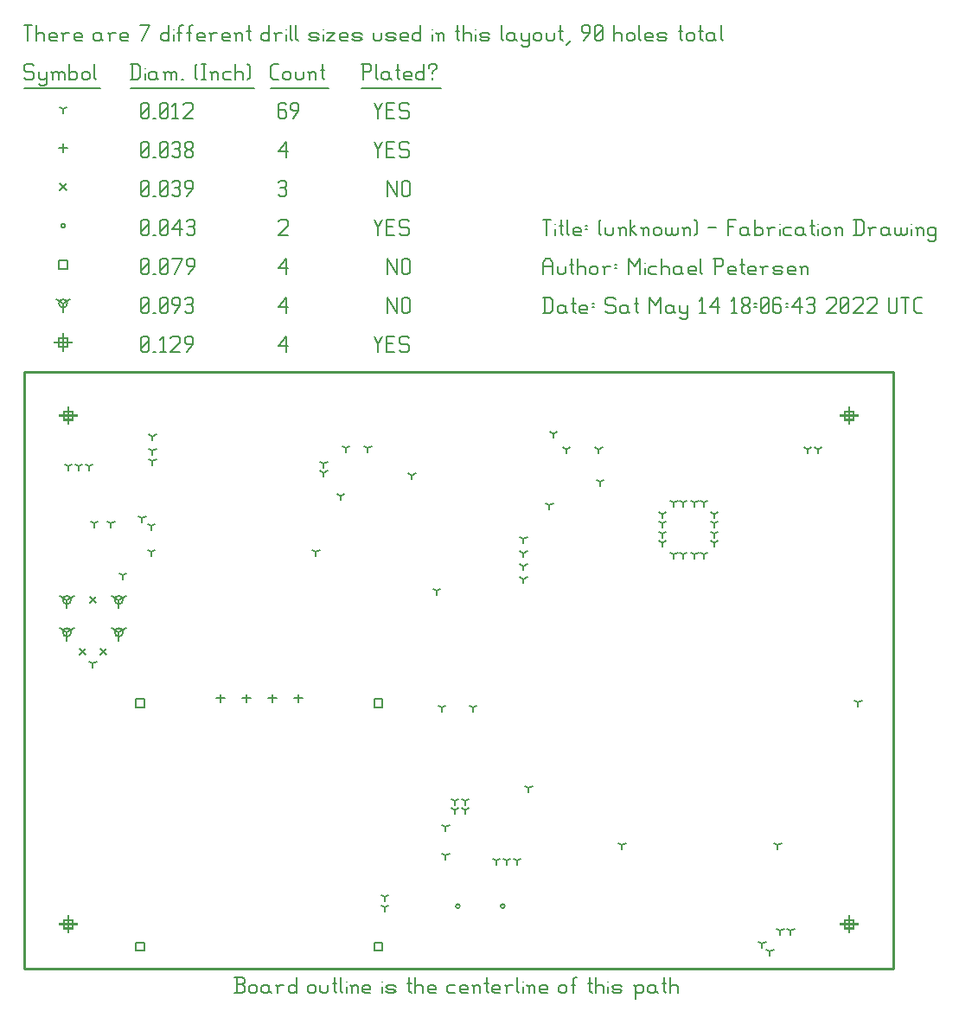
<source format=gbr>
G04 start of page 13 for group -3984 idx -3984 *
G04 Title: (unknown), fab *
G04 Creator: pcb 4.0.2 *
G04 CreationDate: Sat May 14 18:06:43 2022 UTC *
G04 For: railfan *
G04 Format: Gerber/RS-274X *
G04 PCB-Dimensions (mil): 3350.00 2300.00 *
G04 PCB-Coordinate-Origin: lower left *
%MOIN*%
%FSLAX25Y25*%
%LNFAB*%
%ADD78C,0.0100*%
%ADD77C,0.0075*%
%ADD76C,0.0060*%
%ADD75R,0.0080X0.0080*%
G54D75*X318000Y20200D02*Y13800D01*
X314800Y17000D02*X321200D01*
X316400Y18600D02*X319600D01*
X316400D02*Y15400D01*
X319600D01*
Y18600D02*Y15400D01*
X17000Y216200D02*Y209800D01*
X13800Y213000D02*X20200D01*
X15400Y214600D02*X18600D01*
X15400D02*Y211400D01*
X18600D01*
Y214600D02*Y211400D01*
X17000Y20200D02*Y13800D01*
X13800Y17000D02*X20200D01*
X15400Y18600D02*X18600D01*
X15400D02*Y15400D01*
X18600D01*
Y18600D02*Y15400D01*
X318000Y216200D02*Y209800D01*
X314800Y213000D02*X321200D01*
X316400Y214600D02*X319600D01*
X316400D02*Y211400D01*
X319600D01*
Y214600D02*Y211400D01*
X15000Y244450D02*Y238050D01*
X11800Y241250D02*X18200D01*
X13400Y242850D02*X16600D01*
X13400D02*Y239650D01*
X16600D01*
Y242850D02*Y239650D01*
G54D76*X135000Y243500D02*X136500Y240500D01*
X138000Y243500D01*
X136500Y240500D02*Y237500D01*
X139800Y240800D02*X142050D01*
X139800Y237500D02*X142800D01*
X139800Y243500D02*Y237500D01*
Y243500D02*X142800D01*
X147600D02*X148350Y242750D01*
X145350Y243500D02*X147600D01*
X144600Y242750D02*X145350Y243500D01*
X144600Y242750D02*Y241250D01*
X145350Y240500D01*
X147600D01*
X148350Y239750D01*
Y238250D01*
X147600Y237500D02*X148350Y238250D01*
X145350Y237500D02*X147600D01*
X144600Y238250D02*X145350Y237500D01*
X98000Y239750D02*X101000Y243500D01*
X98000Y239750D02*X101750D01*
X101000Y243500D02*Y237500D01*
X45000Y238250D02*X45750Y237500D01*
X45000Y242750D02*Y238250D01*
Y242750D02*X45750Y243500D01*
X47250D01*
X48000Y242750D01*
Y238250D01*
X47250Y237500D02*X48000Y238250D01*
X45750Y237500D02*X47250D01*
X45000Y239000D02*X48000Y242000D01*
X49800Y237500D02*X50550D01*
X52350Y242300D02*X53550Y243500D01*
Y237500D01*
X52350D02*X54600D01*
X56400Y242750D02*X57150Y243500D01*
X59400D01*
X60150Y242750D01*
Y241250D01*
X56400Y237500D02*X60150Y241250D01*
X56400Y237500D02*X60150D01*
X62700D02*X64950Y240500D01*
Y242750D02*Y240500D01*
X64200Y243500D02*X64950Y242750D01*
X62700Y243500D02*X64200D01*
X61950Y242750D02*X62700Y243500D01*
X61950Y242750D02*Y241250D01*
X62700Y240500D01*
X64950D01*
X36500Y142000D02*Y138800D01*
Y142000D02*X39273Y143600D01*
X36500Y142000D02*X33727Y143600D01*
X34900Y142000D02*G75*G03X38100Y142000I1600J0D01*G01*
G75*G03X34900Y142000I-1600J0D01*G01*
X36500Y129500D02*Y126300D01*
Y129500D02*X39273Y131100D01*
X36500Y129500D02*X33727Y131100D01*
X34900Y129500D02*G75*G03X38100Y129500I1600J0D01*G01*
G75*G03X34900Y129500I-1600J0D01*G01*
X16500D02*Y126300D01*
Y129500D02*X19273Y131100D01*
X16500Y129500D02*X13727Y131100D01*
X14900Y129500D02*G75*G03X18100Y129500I1600J0D01*G01*
G75*G03X14900Y129500I-1600J0D01*G01*
X16500Y142000D02*Y138800D01*
Y142000D02*X19273Y143600D01*
X16500Y142000D02*X13727Y143600D01*
X14900Y142000D02*G75*G03X18100Y142000I1600J0D01*G01*
G75*G03X14900Y142000I-1600J0D01*G01*
X15000Y256250D02*Y253050D01*
Y256250D02*X17773Y257850D01*
X15000Y256250D02*X12227Y257850D01*
X13400Y256250D02*G75*G03X16600Y256250I1600J0D01*G01*
G75*G03X13400Y256250I-1600J0D01*G01*
X140000Y258500D02*Y252500D01*
Y258500D02*X143750Y252500D01*
Y258500D02*Y252500D01*
X145550Y257750D02*Y253250D01*
Y257750D02*X146300Y258500D01*
X147800D01*
X148550Y257750D01*
Y253250D01*
X147800Y252500D02*X148550Y253250D01*
X146300Y252500D02*X147800D01*
X145550Y253250D02*X146300Y252500D01*
X98000Y254750D02*X101000Y258500D01*
X98000Y254750D02*X101750D01*
X101000Y258500D02*Y252500D01*
X45000Y253250D02*X45750Y252500D01*
X45000Y257750D02*Y253250D01*
Y257750D02*X45750Y258500D01*
X47250D01*
X48000Y257750D01*
Y253250D01*
X47250Y252500D02*X48000Y253250D01*
X45750Y252500D02*X47250D01*
X45000Y254000D02*X48000Y257000D01*
X49800Y252500D02*X50550D01*
X52350Y253250D02*X53100Y252500D01*
X52350Y257750D02*Y253250D01*
Y257750D02*X53100Y258500D01*
X54600D01*
X55350Y257750D01*
Y253250D01*
X54600Y252500D02*X55350Y253250D01*
X53100Y252500D02*X54600D01*
X52350Y254000D02*X55350Y257000D01*
X57900Y252500D02*X60150Y255500D01*
Y257750D02*Y255500D01*
X59400Y258500D02*X60150Y257750D01*
X57900Y258500D02*X59400D01*
X57150Y257750D02*X57900Y258500D01*
X57150Y257750D02*Y256250D01*
X57900Y255500D01*
X60150D01*
X61950Y257750D02*X62700Y258500D01*
X64200D01*
X64950Y257750D01*
X64200Y252500D02*X64950Y253250D01*
X62700Y252500D02*X64200D01*
X61950Y253250D02*X62700Y252500D01*
Y255800D02*X64200D01*
X64950Y257750D02*Y256550D01*
Y255050D02*Y253250D01*
Y255050D02*X64200Y255800D01*
X64950Y256550D02*X64200Y255800D01*
X43132Y103746D02*X46332D01*
X43132D02*Y100546D01*
X46332D01*
Y103746D02*Y100546D01*
X134865Y103746D02*X138065D01*
X134865D02*Y100546D01*
X138065D01*
Y103746D02*Y100546D01*
X43132Y10045D02*X46332D01*
X43132D02*Y6845D01*
X46332D01*
Y10045D02*Y6845D01*
X134865Y10045D02*X138065D01*
X134865D02*Y6845D01*
X138065D01*
Y10045D02*Y6845D01*
X13400Y272850D02*X16600D01*
X13400D02*Y269650D01*
X16600D01*
Y272850D02*Y269650D01*
X140000Y273500D02*Y267500D01*
Y273500D02*X143750Y267500D01*
Y273500D02*Y267500D01*
X145550Y272750D02*Y268250D01*
Y272750D02*X146300Y273500D01*
X147800D01*
X148550Y272750D01*
Y268250D01*
X147800Y267500D02*X148550Y268250D01*
X146300Y267500D02*X147800D01*
X145550Y268250D02*X146300Y267500D01*
X98000Y269750D02*X101000Y273500D01*
X98000Y269750D02*X101750D01*
X101000Y273500D02*Y267500D01*
X45000Y268250D02*X45750Y267500D01*
X45000Y272750D02*Y268250D01*
Y272750D02*X45750Y273500D01*
X47250D01*
X48000Y272750D01*
Y268250D01*
X47250Y267500D02*X48000Y268250D01*
X45750Y267500D02*X47250D01*
X45000Y269000D02*X48000Y272000D01*
X49800Y267500D02*X50550D01*
X52350Y268250D02*X53100Y267500D01*
X52350Y272750D02*Y268250D01*
Y272750D02*X53100Y273500D01*
X54600D01*
X55350Y272750D01*
Y268250D01*
X54600Y267500D02*X55350Y268250D01*
X53100Y267500D02*X54600D01*
X52350Y269000D02*X55350Y272000D01*
X57900Y267500D02*X60900Y273500D01*
X57150D02*X60900D01*
X63450Y267500D02*X65700Y270500D01*
Y272750D02*Y270500D01*
X64950Y273500D02*X65700Y272750D01*
X63450Y273500D02*X64950D01*
X62700Y272750D02*X63450Y273500D01*
X62700Y272750D02*Y271250D01*
X63450Y270500D01*
X65700D01*
X166377Y24000D02*G75*G03X167977Y24000I800J0D01*G01*
G75*G03X166377Y24000I-800J0D01*G01*
X183700D02*G75*G03X185300Y24000I800J0D01*G01*
G75*G03X183700Y24000I-800J0D01*G01*
X14200Y286250D02*G75*G03X15800Y286250I800J0D01*G01*
G75*G03X14200Y286250I-800J0D01*G01*
X135000Y288500D02*X136500Y285500D01*
X138000Y288500D01*
X136500Y285500D02*Y282500D01*
X139800Y285800D02*X142050D01*
X139800Y282500D02*X142800D01*
X139800Y288500D02*Y282500D01*
Y288500D02*X142800D01*
X147600D02*X148350Y287750D01*
X145350Y288500D02*X147600D01*
X144600Y287750D02*X145350Y288500D01*
X144600Y287750D02*Y286250D01*
X145350Y285500D01*
X147600D01*
X148350Y284750D01*
Y283250D01*
X147600Y282500D02*X148350Y283250D01*
X145350Y282500D02*X147600D01*
X144600Y283250D02*X145350Y282500D01*
X98000Y287750D02*X98750Y288500D01*
X101000D01*
X101750Y287750D01*
Y286250D01*
X98000Y282500D02*X101750Y286250D01*
X98000Y282500D02*X101750D01*
X45000Y283250D02*X45750Y282500D01*
X45000Y287750D02*Y283250D01*
Y287750D02*X45750Y288500D01*
X47250D01*
X48000Y287750D01*
Y283250D01*
X47250Y282500D02*X48000Y283250D01*
X45750Y282500D02*X47250D01*
X45000Y284000D02*X48000Y287000D01*
X49800Y282500D02*X50550D01*
X52350Y283250D02*X53100Y282500D01*
X52350Y287750D02*Y283250D01*
Y287750D02*X53100Y288500D01*
X54600D01*
X55350Y287750D01*
Y283250D01*
X54600Y282500D02*X55350Y283250D01*
X53100Y282500D02*X54600D01*
X52350Y284000D02*X55350Y287000D01*
X57150Y284750D02*X60150Y288500D01*
X57150Y284750D02*X60900D01*
X60150Y288500D02*Y282500D01*
X62700Y287750D02*X63450Y288500D01*
X64950D01*
X65700Y287750D01*
X64950Y282500D02*X65700Y283250D01*
X63450Y282500D02*X64950D01*
X62700Y283250D02*X63450Y282500D01*
Y285800D02*X64950D01*
X65700Y287750D02*Y286550D01*
Y285050D02*Y283250D01*
Y285050D02*X64950Y285800D01*
X65700Y286550D02*X64950Y285800D01*
X25300Y143200D02*X27700Y140800D01*
X25300D02*X27700Y143200D01*
X29300Y123200D02*X31700Y120800D01*
X29300D02*X31700Y123200D01*
X21300D02*X23700Y120800D01*
X21300D02*X23700Y123200D01*
X13800Y302450D02*X16200Y300050D01*
X13800D02*X16200Y302450D01*
X140000Y303500D02*Y297500D01*
Y303500D02*X143750Y297500D01*
Y303500D02*Y297500D01*
X145550Y302750D02*Y298250D01*
Y302750D02*X146300Y303500D01*
X147800D01*
X148550Y302750D01*
Y298250D01*
X147800Y297500D02*X148550Y298250D01*
X146300Y297500D02*X147800D01*
X145550Y298250D02*X146300Y297500D01*
X98000Y302750D02*X98750Y303500D01*
X100250D01*
X101000Y302750D01*
X100250Y297500D02*X101000Y298250D01*
X98750Y297500D02*X100250D01*
X98000Y298250D02*X98750Y297500D01*
Y300800D02*X100250D01*
X101000Y302750D02*Y301550D01*
Y300050D02*Y298250D01*
Y300050D02*X100250Y300800D01*
X101000Y301550D02*X100250Y300800D01*
X45000Y298250D02*X45750Y297500D01*
X45000Y302750D02*Y298250D01*
Y302750D02*X45750Y303500D01*
X47250D01*
X48000Y302750D01*
Y298250D01*
X47250Y297500D02*X48000Y298250D01*
X45750Y297500D02*X47250D01*
X45000Y299000D02*X48000Y302000D01*
X49800Y297500D02*X50550D01*
X52350Y298250D02*X53100Y297500D01*
X52350Y302750D02*Y298250D01*
Y302750D02*X53100Y303500D01*
X54600D01*
X55350Y302750D01*
Y298250D01*
X54600Y297500D02*X55350Y298250D01*
X53100Y297500D02*X54600D01*
X52350Y299000D02*X55350Y302000D01*
X57150Y302750D02*X57900Y303500D01*
X59400D01*
X60150Y302750D01*
X59400Y297500D02*X60150Y298250D01*
X57900Y297500D02*X59400D01*
X57150Y298250D02*X57900Y297500D01*
Y300800D02*X59400D01*
X60150Y302750D02*Y301550D01*
Y300050D02*Y298250D01*
Y300050D02*X59400Y300800D01*
X60150Y301550D02*X59400Y300800D01*
X62700Y297500D02*X64950Y300500D01*
Y302750D02*Y300500D01*
X64200Y303500D02*X64950Y302750D01*
X62700Y303500D02*X64200D01*
X61950Y302750D02*X62700Y303500D01*
X61950Y302750D02*Y301250D01*
X62700Y300500D01*
X64950D01*
X75598Y105714D02*Y102514D01*
X73998Y104114D02*X77198D01*
X85598Y105714D02*Y102514D01*
X83998Y104114D02*X87198D01*
X95598Y105714D02*Y102514D01*
X93998Y104114D02*X97198D01*
X105598Y105714D02*Y102514D01*
X103998Y104114D02*X107198D01*
X15000Y317850D02*Y314650D01*
X13400Y316250D02*X16600D01*
X135000Y318500D02*X136500Y315500D01*
X138000Y318500D01*
X136500Y315500D02*Y312500D01*
X139800Y315800D02*X142050D01*
X139800Y312500D02*X142800D01*
X139800Y318500D02*Y312500D01*
Y318500D02*X142800D01*
X147600D02*X148350Y317750D01*
X145350Y318500D02*X147600D01*
X144600Y317750D02*X145350Y318500D01*
X144600Y317750D02*Y316250D01*
X145350Y315500D01*
X147600D01*
X148350Y314750D01*
Y313250D01*
X147600Y312500D02*X148350Y313250D01*
X145350Y312500D02*X147600D01*
X144600Y313250D02*X145350Y312500D01*
X98000Y314750D02*X101000Y318500D01*
X98000Y314750D02*X101750D01*
X101000Y318500D02*Y312500D01*
X45000Y313250D02*X45750Y312500D01*
X45000Y317750D02*Y313250D01*
Y317750D02*X45750Y318500D01*
X47250D01*
X48000Y317750D01*
Y313250D01*
X47250Y312500D02*X48000Y313250D01*
X45750Y312500D02*X47250D01*
X45000Y314000D02*X48000Y317000D01*
X49800Y312500D02*X50550D01*
X52350Y313250D02*X53100Y312500D01*
X52350Y317750D02*Y313250D01*
Y317750D02*X53100Y318500D01*
X54600D01*
X55350Y317750D01*
Y313250D01*
X54600Y312500D02*X55350Y313250D01*
X53100Y312500D02*X54600D01*
X52350Y314000D02*X55350Y317000D01*
X57150Y317750D02*X57900Y318500D01*
X59400D01*
X60150Y317750D01*
X59400Y312500D02*X60150Y313250D01*
X57900Y312500D02*X59400D01*
X57150Y313250D02*X57900Y312500D01*
Y315800D02*X59400D01*
X60150Y317750D02*Y316550D01*
Y315050D02*Y313250D01*
Y315050D02*X59400Y315800D01*
X60150Y316550D02*X59400Y315800D01*
X61950Y313250D02*X62700Y312500D01*
X61950Y314450D02*Y313250D01*
Y314450D02*X63000Y315500D01*
X63900D01*
X64950Y314450D01*
Y313250D01*
X64200Y312500D02*X64950Y313250D01*
X62700Y312500D02*X64200D01*
X61950Y316550D02*X63000Y315500D01*
X61950Y317750D02*Y316550D01*
Y317750D02*X62700Y318500D01*
X64200D01*
X64950Y317750D01*
Y316550D01*
X63900Y315500D02*X64950Y316550D01*
X246000Y175000D02*Y173400D01*
Y175000D02*X247387Y175800D01*
X246000Y175000D02*X244613Y175800D01*
X246000Y171500D02*Y169900D01*
Y171500D02*X247387Y172300D01*
X246000Y171500D02*X244613Y172300D01*
X246000Y167500D02*Y165900D01*
Y167500D02*X247387Y168300D01*
X246000Y167500D02*X244613Y168300D01*
X246000Y164000D02*Y162400D01*
Y164000D02*X247387Y164800D01*
X246000Y164000D02*X244613Y164800D01*
X262000Y179500D02*Y177900D01*
Y179500D02*X263387Y180300D01*
X262000Y179500D02*X260613Y180300D01*
X258500Y179500D02*Y177900D01*
Y179500D02*X259887Y180300D01*
X258500Y179500D02*X257113Y180300D01*
X254000Y179500D02*Y177900D01*
Y179500D02*X255387Y180300D01*
X254000Y179500D02*X252613Y180300D01*
X250500Y179500D02*Y177900D01*
Y179500D02*X251887Y180300D01*
X250500Y179500D02*X249113Y180300D01*
X266000Y175000D02*Y173400D01*
Y175000D02*X267387Y175800D01*
X266000Y175000D02*X264613Y175800D01*
X266000Y171500D02*Y169900D01*
Y171500D02*X267387Y172300D01*
X266000Y171500D02*X264613Y172300D01*
X266000Y167500D02*Y165900D01*
Y167500D02*X267387Y168300D01*
X266000Y167500D02*X264613Y168300D01*
X266000Y164000D02*Y162400D01*
Y164000D02*X267387Y164800D01*
X266000Y164000D02*X264613Y164800D01*
X250500Y159500D02*Y157900D01*
Y159500D02*X251887Y160300D01*
X250500Y159500D02*X249113Y160300D01*
X254000Y159500D02*Y157900D01*
Y159500D02*X255387Y160300D01*
X254000Y159500D02*X252613Y160300D01*
X258500Y159500D02*Y157900D01*
Y159500D02*X259887Y160300D01*
X258500Y159500D02*X257113Y160300D01*
X262000Y159500D02*Y157900D01*
Y159500D02*X263387Y160300D01*
X262000Y159500D02*X260613Y160300D01*
X221500Y200000D02*Y198400D01*
Y200000D02*X222887Y200800D01*
X221500Y200000D02*X220113Y200800D01*
X209000Y200000D02*Y198400D01*
Y200000D02*X210387Y200800D01*
X209000Y200000D02*X207613Y200800D01*
X26500Y117400D02*Y115800D01*
Y117400D02*X27887Y118200D01*
X26500Y117400D02*X25113Y118200D01*
X112500Y160500D02*Y158900D01*
Y160500D02*X113887Y161300D01*
X112500Y160500D02*X111113Y161300D01*
X115500Y191000D02*Y189400D01*
Y191000D02*X116887Y191800D01*
X115500Y191000D02*X114113Y191800D01*
X321500Y102500D02*Y100900D01*
Y102500D02*X322887Y103300D01*
X321500Y102500D02*X320113Y103300D01*
X230500Y47500D02*Y45900D01*
Y47500D02*X231887Y48300D01*
X230500Y47500D02*X229113Y48300D01*
X290500Y47500D02*Y45900D01*
Y47500D02*X291887Y48300D01*
X290500Y47500D02*X289113Y48300D01*
X139000Y27500D02*Y25900D01*
Y27500D02*X140387Y28300D01*
X139000Y27500D02*X137613Y28300D01*
X139000Y23500D02*Y21900D01*
Y23500D02*X140387Y24300D01*
X139000Y23500D02*X137613Y24300D01*
X284500Y9500D02*Y7900D01*
Y9500D02*X285887Y10300D01*
X284500Y9500D02*X283113Y10300D01*
X287500Y6500D02*Y4900D01*
Y6500D02*X288887Y7300D01*
X287500Y6500D02*X286113Y7300D01*
X295500Y14500D02*Y12900D01*
Y14500D02*X296887Y15300D01*
X295500Y14500D02*X294113Y15300D01*
X291500Y14500D02*Y12900D01*
Y14500D02*X292887Y15300D01*
X291500Y14500D02*X290113Y15300D01*
X159000Y145500D02*Y143900D01*
Y145500D02*X160387Y146300D01*
X159000Y145500D02*X157613Y146300D01*
X25000Y193500D02*Y191900D01*
Y193500D02*X26387Y194300D01*
X25000Y193500D02*X23613Y194300D01*
X21000Y193500D02*Y191900D01*
Y193500D02*X22387Y194300D01*
X21000Y193500D02*X19613Y194300D01*
X17000Y193500D02*Y191900D01*
Y193500D02*X18387Y194300D01*
X17000Y193500D02*X15613Y194300D01*
X49500Y205000D02*Y203400D01*
Y205000D02*X50887Y205800D01*
X49500Y205000D02*X48113Y205800D01*
X49500Y199500D02*Y197900D01*
Y199500D02*X50887Y200300D01*
X49500Y199500D02*X48113Y200300D01*
X49500Y195500D02*Y193900D01*
Y195500D02*X50887Y196300D01*
X49500Y195500D02*X48113Y196300D01*
X33500Y171500D02*Y169900D01*
Y171500D02*X34887Y172300D01*
X33500Y171500D02*X32113Y172300D01*
X27000Y171500D02*Y169900D01*
Y171500D02*X28387Y172300D01*
X27000Y171500D02*X25613Y172300D01*
X38000Y151500D02*Y149900D01*
Y151500D02*X39387Y152300D01*
X38000Y151500D02*X36613Y152300D01*
X222000Y187500D02*Y185900D01*
Y187500D02*X223387Y188300D01*
X222000Y187500D02*X220613Y188300D01*
X45500Y173500D02*Y171900D01*
Y173500D02*X46887Y174300D01*
X45500Y173500D02*X44113Y174300D01*
X49000Y160500D02*Y158900D01*
Y160500D02*X50387Y161300D01*
X49000Y160500D02*X47613Y161300D01*
X49000Y170500D02*Y168900D01*
Y170500D02*X50387Y171300D01*
X49000Y170500D02*X47613Y171300D01*
X132500Y200500D02*Y198900D01*
Y200500D02*X133887Y201300D01*
X132500Y200500D02*X131113Y201300D01*
X115500Y194500D02*Y192900D01*
Y194500D02*X116887Y195300D01*
X115500Y194500D02*X114113Y195300D01*
X122000Y182000D02*Y180400D01*
Y182000D02*X123387Y182800D01*
X122000Y182000D02*X120613Y182800D01*
X192500Y165500D02*Y163900D01*
Y165500D02*X193887Y166300D01*
X192500Y165500D02*X191113Y166300D01*
X192500Y160000D02*Y158400D01*
Y160000D02*X193887Y160800D01*
X192500Y160000D02*X191113Y160800D01*
X192500Y155000D02*Y153400D01*
Y155000D02*X193887Y155800D01*
X192500Y155000D02*X191113Y155800D01*
X192500Y150000D02*Y148400D01*
Y150000D02*X193887Y150800D01*
X192500Y150000D02*X191113Y150800D01*
X202500Y178500D02*Y176900D01*
Y178500D02*X203887Y179300D01*
X202500Y178500D02*X201113Y179300D01*
X149500Y190000D02*Y188400D01*
Y190000D02*X150887Y190800D01*
X149500Y190000D02*X148113Y190800D01*
X204000Y206000D02*Y204400D01*
Y206000D02*X205387Y206800D01*
X204000Y206000D02*X202613Y206800D01*
X124000Y200500D02*Y198900D01*
Y200500D02*X125387Y201300D01*
X124000Y200500D02*X122613Y201300D01*
X182000Y41500D02*Y39900D01*
Y41500D02*X183387Y42300D01*
X182000Y41500D02*X180613Y42300D01*
X186000Y41500D02*Y39900D01*
Y41500D02*X187387Y42300D01*
X186000Y41500D02*X184613Y42300D01*
X190000Y41500D02*Y39900D01*
Y41500D02*X191387Y42300D01*
X190000Y41500D02*X188613Y42300D01*
X162500Y43500D02*Y41900D01*
Y43500D02*X163887Y44300D01*
X162500Y43500D02*X161113Y44300D01*
X166000Y64500D02*Y62900D01*
Y64500D02*X167387Y65300D01*
X166000Y64500D02*X164613Y65300D01*
X162500Y54500D02*Y52900D01*
Y54500D02*X163887Y55300D01*
X162500Y54500D02*X161113Y55300D01*
X170000Y61000D02*Y59400D01*
Y61000D02*X171387Y61800D01*
X170000Y61000D02*X168613Y61800D01*
X170000Y64500D02*Y62900D01*
Y64500D02*X171387Y65300D01*
X170000Y64500D02*X168613Y65300D01*
X166000Y61000D02*Y59400D01*
Y61000D02*X167387Y61800D01*
X166000Y61000D02*X164613Y61800D01*
X194500Y69500D02*Y67900D01*
Y69500D02*X195887Y70300D01*
X194500Y69500D02*X193113Y70300D01*
X161064Y100493D02*Y98893D01*
Y100493D02*X162450Y101293D01*
X161064Y100493D02*X159677Y101293D01*
X173064Y100493D02*Y98893D01*
Y100493D02*X174450Y101293D01*
X173064Y100493D02*X171677Y101293D01*
X306000Y200000D02*Y198400D01*
Y200000D02*X307387Y200800D01*
X306000Y200000D02*X304613Y200800D01*
X302000Y200000D02*Y198400D01*
Y200000D02*X303387Y200800D01*
X302000Y200000D02*X300613Y200800D01*
X15000Y331250D02*Y329650D01*
Y331250D02*X16387Y332050D01*
X15000Y331250D02*X13613Y332050D01*
X135000Y333500D02*X136500Y330500D01*
X138000Y333500D01*
X136500Y330500D02*Y327500D01*
X139800Y330800D02*X142050D01*
X139800Y327500D02*X142800D01*
X139800Y333500D02*Y327500D01*
Y333500D02*X142800D01*
X147600D02*X148350Y332750D01*
X145350Y333500D02*X147600D01*
X144600Y332750D02*X145350Y333500D01*
X144600Y332750D02*Y331250D01*
X145350Y330500D01*
X147600D01*
X148350Y329750D01*
Y328250D01*
X147600Y327500D02*X148350Y328250D01*
X145350Y327500D02*X147600D01*
X144600Y328250D02*X145350Y327500D01*
X100250Y333500D02*X101000Y332750D01*
X98750Y333500D02*X100250D01*
X98000Y332750D02*X98750Y333500D01*
X98000Y332750D02*Y328250D01*
X98750Y327500D01*
X100250Y330800D02*X101000Y330050D01*
X98000Y330800D02*X100250D01*
X98750Y327500D02*X100250D01*
X101000Y328250D01*
Y330050D02*Y328250D01*
X103550Y327500D02*X105800Y330500D01*
Y332750D02*Y330500D01*
X105050Y333500D02*X105800Y332750D01*
X103550Y333500D02*X105050D01*
X102800Y332750D02*X103550Y333500D01*
X102800Y332750D02*Y331250D01*
X103550Y330500D01*
X105800D01*
X45000Y328250D02*X45750Y327500D01*
X45000Y332750D02*Y328250D01*
Y332750D02*X45750Y333500D01*
X47250D01*
X48000Y332750D01*
Y328250D01*
X47250Y327500D02*X48000Y328250D01*
X45750Y327500D02*X47250D01*
X45000Y329000D02*X48000Y332000D01*
X49800Y327500D02*X50550D01*
X52350Y328250D02*X53100Y327500D01*
X52350Y332750D02*Y328250D01*
Y332750D02*X53100Y333500D01*
X54600D01*
X55350Y332750D01*
Y328250D01*
X54600Y327500D02*X55350Y328250D01*
X53100Y327500D02*X54600D01*
X52350Y329000D02*X55350Y332000D01*
X57150Y332300D02*X58350Y333500D01*
Y327500D01*
X57150D02*X59400D01*
X61200Y332750D02*X61950Y333500D01*
X64200D01*
X64950Y332750D01*
Y331250D01*
X61200Y327500D02*X64950Y331250D01*
X61200Y327500D02*X64950D01*
X3000Y348500D02*X3750Y347750D01*
X750Y348500D02*X3000D01*
X0Y347750D02*X750Y348500D01*
X0Y347750D02*Y346250D01*
X750Y345500D01*
X3000D01*
X3750Y344750D01*
Y343250D01*
X3000Y342500D02*X3750Y343250D01*
X750Y342500D02*X3000D01*
X0Y343250D02*X750Y342500D01*
X5550Y345500D02*Y343250D01*
X6300Y342500D01*
X8550Y345500D02*Y341000D01*
X7800Y340250D02*X8550Y341000D01*
X6300Y340250D02*X7800D01*
X5550Y341000D02*X6300Y340250D01*
Y342500D02*X7800D01*
X8550Y343250D01*
X11100Y344750D02*Y342500D01*
Y344750D02*X11850Y345500D01*
X12600D01*
X13350Y344750D01*
Y342500D01*
Y344750D02*X14100Y345500D01*
X14850D01*
X15600Y344750D01*
Y342500D01*
X10350Y345500D02*X11100Y344750D01*
X17400Y348500D02*Y342500D01*
Y343250D02*X18150Y342500D01*
X19650D01*
X20400Y343250D01*
Y344750D02*Y343250D01*
X19650Y345500D02*X20400Y344750D01*
X18150Y345500D02*X19650D01*
X17400Y344750D02*X18150Y345500D01*
X22200Y344750D02*Y343250D01*
Y344750D02*X22950Y345500D01*
X24450D01*
X25200Y344750D01*
Y343250D01*
X24450Y342500D02*X25200Y343250D01*
X22950Y342500D02*X24450D01*
X22200Y343250D02*X22950Y342500D01*
X27000Y348500D02*Y343250D01*
X27750Y342500D01*
X0Y339250D02*X29250D01*
X41750Y348500D02*Y342500D01*
X43700Y348500D02*X44750Y347450D01*
Y343550D01*
X43700Y342500D02*X44750Y343550D01*
X41000Y342500D02*X43700D01*
X41000Y348500D02*X43700D01*
G54D77*X46550Y347000D02*Y346850D01*
G54D76*Y344750D02*Y342500D01*
X50300Y345500D02*X51050Y344750D01*
X48800Y345500D02*X50300D01*
X48050Y344750D02*X48800Y345500D01*
X48050Y344750D02*Y343250D01*
X48800Y342500D01*
X51050Y345500D02*Y343250D01*
X51800Y342500D01*
X48800D02*X50300D01*
X51050Y343250D01*
X54350Y344750D02*Y342500D01*
Y344750D02*X55100Y345500D01*
X55850D01*
X56600Y344750D01*
Y342500D01*
Y344750D02*X57350Y345500D01*
X58100D01*
X58850Y344750D01*
Y342500D01*
X53600Y345500D02*X54350Y344750D01*
X60650Y342500D02*X61400D01*
X65900Y343250D02*X66650Y342500D01*
X65900Y347750D02*X66650Y348500D01*
X65900Y347750D02*Y343250D01*
X68450Y348500D02*X69950D01*
X69200D02*Y342500D01*
X68450D02*X69950D01*
X72500Y344750D02*Y342500D01*
Y344750D02*X73250Y345500D01*
X74000D01*
X74750Y344750D01*
Y342500D01*
X71750Y345500D02*X72500Y344750D01*
X77300Y345500D02*X79550D01*
X76550Y344750D02*X77300Y345500D01*
X76550Y344750D02*Y343250D01*
X77300Y342500D01*
X79550D01*
X81350Y348500D02*Y342500D01*
Y344750D02*X82100Y345500D01*
X83600D01*
X84350Y344750D01*
Y342500D01*
X86150Y348500D02*X86900Y347750D01*
Y343250D01*
X86150Y342500D02*X86900Y343250D01*
X41000Y339250D02*X88700D01*
X96050Y342500D02*X98000D01*
X95000Y343550D02*X96050Y342500D01*
X95000Y347450D02*Y343550D01*
Y347450D02*X96050Y348500D01*
X98000D01*
X99800Y344750D02*Y343250D01*
Y344750D02*X100550Y345500D01*
X102050D01*
X102800Y344750D01*
Y343250D01*
X102050Y342500D02*X102800Y343250D01*
X100550Y342500D02*X102050D01*
X99800Y343250D02*X100550Y342500D01*
X104600Y345500D02*Y343250D01*
X105350Y342500D01*
X106850D01*
X107600Y343250D01*
Y345500D02*Y343250D01*
X110150Y344750D02*Y342500D01*
Y344750D02*X110900Y345500D01*
X111650D01*
X112400Y344750D01*
Y342500D01*
X109400Y345500D02*X110150Y344750D01*
X114950Y348500D02*Y343250D01*
X115700Y342500D01*
X114200Y346250D02*X115700D01*
X95000Y339250D02*X117200D01*
X130750Y348500D02*Y342500D01*
X130000Y348500D02*X133000D01*
X133750Y347750D01*
Y346250D01*
X133000Y345500D02*X133750Y346250D01*
X130750Y345500D02*X133000D01*
X135550Y348500D02*Y343250D01*
X136300Y342500D01*
X140050Y345500D02*X140800Y344750D01*
X138550Y345500D02*X140050D01*
X137800Y344750D02*X138550Y345500D01*
X137800Y344750D02*Y343250D01*
X138550Y342500D01*
X140800Y345500D02*Y343250D01*
X141550Y342500D01*
X138550D02*X140050D01*
X140800Y343250D01*
X144100Y348500D02*Y343250D01*
X144850Y342500D01*
X143350Y346250D02*X144850D01*
X147100Y342500D02*X149350D01*
X146350Y343250D02*X147100Y342500D01*
X146350Y344750D02*Y343250D01*
Y344750D02*X147100Y345500D01*
X148600D01*
X149350Y344750D01*
X146350Y344000D02*X149350D01*
Y344750D02*Y344000D01*
X154150Y348500D02*Y342500D01*
X153400D02*X154150Y343250D01*
X151900Y342500D02*X153400D01*
X151150Y343250D02*X151900Y342500D01*
X151150Y344750D02*Y343250D01*
Y344750D02*X151900Y345500D01*
X153400D01*
X154150Y344750D01*
X157450Y345500D02*Y344750D01*
Y343250D02*Y342500D01*
X155950Y347750D02*Y347000D01*
Y347750D02*X156700Y348500D01*
X158200D01*
X158950Y347750D01*
Y347000D01*
X157450Y345500D02*X158950Y347000D01*
X130000Y339250D02*X160750D01*
X0Y363500D02*X3000D01*
X1500D02*Y357500D01*
X4800Y363500D02*Y357500D01*
Y359750D02*X5550Y360500D01*
X7050D01*
X7800Y359750D01*
Y357500D01*
X10350D02*X12600D01*
X9600Y358250D02*X10350Y357500D01*
X9600Y359750D02*Y358250D01*
Y359750D02*X10350Y360500D01*
X11850D01*
X12600Y359750D01*
X9600Y359000D02*X12600D01*
Y359750D02*Y359000D01*
X15150Y359750D02*Y357500D01*
Y359750D02*X15900Y360500D01*
X17400D01*
X14400D02*X15150Y359750D01*
X19950Y357500D02*X22200D01*
X19200Y358250D02*X19950Y357500D01*
X19200Y359750D02*Y358250D01*
Y359750D02*X19950Y360500D01*
X21450D01*
X22200Y359750D01*
X19200Y359000D02*X22200D01*
Y359750D02*Y359000D01*
X28950Y360500D02*X29700Y359750D01*
X27450Y360500D02*X28950D01*
X26700Y359750D02*X27450Y360500D01*
X26700Y359750D02*Y358250D01*
X27450Y357500D01*
X29700Y360500D02*Y358250D01*
X30450Y357500D01*
X27450D02*X28950D01*
X29700Y358250D01*
X33000Y359750D02*Y357500D01*
Y359750D02*X33750Y360500D01*
X35250D01*
X32250D02*X33000Y359750D01*
X37800Y357500D02*X40050D01*
X37050Y358250D02*X37800Y357500D01*
X37050Y359750D02*Y358250D01*
Y359750D02*X37800Y360500D01*
X39300D01*
X40050Y359750D01*
X37050Y359000D02*X40050D01*
Y359750D02*Y359000D01*
X45300Y357500D02*X48300Y363500D01*
X44550D02*X48300D01*
X55800D02*Y357500D01*
X55050D02*X55800Y358250D01*
X53550Y357500D02*X55050D01*
X52800Y358250D02*X53550Y357500D01*
X52800Y359750D02*Y358250D01*
Y359750D02*X53550Y360500D01*
X55050D01*
X55800Y359750D01*
G54D77*X57600Y362000D02*Y361850D01*
G54D76*Y359750D02*Y357500D01*
X59850Y362750D02*Y357500D01*
Y362750D02*X60600Y363500D01*
X61350D01*
X59100Y360500D02*X60600D01*
X63600Y362750D02*Y357500D01*
Y362750D02*X64350Y363500D01*
X65100D01*
X62850Y360500D02*X64350D01*
X67350Y357500D02*X69600D01*
X66600Y358250D02*X67350Y357500D01*
X66600Y359750D02*Y358250D01*
Y359750D02*X67350Y360500D01*
X68850D01*
X69600Y359750D01*
X66600Y359000D02*X69600D01*
Y359750D02*Y359000D01*
X72150Y359750D02*Y357500D01*
Y359750D02*X72900Y360500D01*
X74400D01*
X71400D02*X72150Y359750D01*
X76950Y357500D02*X79200D01*
X76200Y358250D02*X76950Y357500D01*
X76200Y359750D02*Y358250D01*
Y359750D02*X76950Y360500D01*
X78450D01*
X79200Y359750D01*
X76200Y359000D02*X79200D01*
Y359750D02*Y359000D01*
X81750Y359750D02*Y357500D01*
Y359750D02*X82500Y360500D01*
X83250D01*
X84000Y359750D01*
Y357500D01*
X81000Y360500D02*X81750Y359750D01*
X86550Y363500D02*Y358250D01*
X87300Y357500D01*
X85800Y361250D02*X87300D01*
X94500Y363500D02*Y357500D01*
X93750D02*X94500Y358250D01*
X92250Y357500D02*X93750D01*
X91500Y358250D02*X92250Y357500D01*
X91500Y359750D02*Y358250D01*
Y359750D02*X92250Y360500D01*
X93750D01*
X94500Y359750D01*
X97050D02*Y357500D01*
Y359750D02*X97800Y360500D01*
X99300D01*
X96300D02*X97050Y359750D01*
G54D77*X101100Y362000D02*Y361850D01*
G54D76*Y359750D02*Y357500D01*
X102600Y363500D02*Y358250D01*
X103350Y357500D01*
X104850Y363500D02*Y358250D01*
X105600Y357500D01*
X110550D02*X112800D01*
X113550Y358250D01*
X112800Y359000D02*X113550Y358250D01*
X110550Y359000D02*X112800D01*
X109800Y359750D02*X110550Y359000D01*
X109800Y359750D02*X110550Y360500D01*
X112800D01*
X113550Y359750D01*
X109800Y358250D02*X110550Y357500D01*
G54D77*X115350Y362000D02*Y361850D01*
G54D76*Y359750D02*Y357500D01*
X116850Y360500D02*X119850D01*
X116850Y357500D02*X119850Y360500D01*
X116850Y357500D02*X119850D01*
X122400D02*X124650D01*
X121650Y358250D02*X122400Y357500D01*
X121650Y359750D02*Y358250D01*
Y359750D02*X122400Y360500D01*
X123900D01*
X124650Y359750D01*
X121650Y359000D02*X124650D01*
Y359750D02*Y359000D01*
X127200Y357500D02*X129450D01*
X130200Y358250D01*
X129450Y359000D02*X130200Y358250D01*
X127200Y359000D02*X129450D01*
X126450Y359750D02*X127200Y359000D01*
X126450Y359750D02*X127200Y360500D01*
X129450D01*
X130200Y359750D01*
X126450Y358250D02*X127200Y357500D01*
X134700Y360500D02*Y358250D01*
X135450Y357500D01*
X136950D01*
X137700Y358250D01*
Y360500D02*Y358250D01*
X140250Y357500D02*X142500D01*
X143250Y358250D01*
X142500Y359000D02*X143250Y358250D01*
X140250Y359000D02*X142500D01*
X139500Y359750D02*X140250Y359000D01*
X139500Y359750D02*X140250Y360500D01*
X142500D01*
X143250Y359750D01*
X139500Y358250D02*X140250Y357500D01*
X145800D02*X148050D01*
X145050Y358250D02*X145800Y357500D01*
X145050Y359750D02*Y358250D01*
Y359750D02*X145800Y360500D01*
X147300D01*
X148050Y359750D01*
X145050Y359000D02*X148050D01*
Y359750D02*Y359000D01*
X152850Y363500D02*Y357500D01*
X152100D02*X152850Y358250D01*
X150600Y357500D02*X152100D01*
X149850Y358250D02*X150600Y357500D01*
X149850Y359750D02*Y358250D01*
Y359750D02*X150600Y360500D01*
X152100D01*
X152850Y359750D01*
G54D77*X157350Y362000D02*Y361850D01*
G54D76*Y359750D02*Y357500D01*
X159600Y359750D02*Y357500D01*
Y359750D02*X160350Y360500D01*
X161100D01*
X161850Y359750D01*
Y357500D01*
X158850Y360500D02*X159600Y359750D01*
X167100Y363500D02*Y358250D01*
X167850Y357500D01*
X166350Y361250D02*X167850D01*
X169350Y363500D02*Y357500D01*
Y359750D02*X170100Y360500D01*
X171600D01*
X172350Y359750D01*
Y357500D01*
G54D77*X174150Y362000D02*Y361850D01*
G54D76*Y359750D02*Y357500D01*
X176400D02*X178650D01*
X179400Y358250D01*
X178650Y359000D02*X179400Y358250D01*
X176400Y359000D02*X178650D01*
X175650Y359750D02*X176400Y359000D01*
X175650Y359750D02*X176400Y360500D01*
X178650D01*
X179400Y359750D01*
X175650Y358250D02*X176400Y357500D01*
X183900Y363500D02*Y358250D01*
X184650Y357500D01*
X188400Y360500D02*X189150Y359750D01*
X186900Y360500D02*X188400D01*
X186150Y359750D02*X186900Y360500D01*
X186150Y359750D02*Y358250D01*
X186900Y357500D01*
X189150Y360500D02*Y358250D01*
X189900Y357500D01*
X186900D02*X188400D01*
X189150Y358250D01*
X191700Y360500D02*Y358250D01*
X192450Y357500D01*
X194700Y360500D02*Y356000D01*
X193950Y355250D02*X194700Y356000D01*
X192450Y355250D02*X193950D01*
X191700Y356000D02*X192450Y355250D01*
Y357500D02*X193950D01*
X194700Y358250D01*
X196500Y359750D02*Y358250D01*
Y359750D02*X197250Y360500D01*
X198750D01*
X199500Y359750D01*
Y358250D01*
X198750Y357500D02*X199500Y358250D01*
X197250Y357500D02*X198750D01*
X196500Y358250D02*X197250Y357500D01*
X201300Y360500D02*Y358250D01*
X202050Y357500D01*
X203550D01*
X204300Y358250D01*
Y360500D02*Y358250D01*
X206850Y363500D02*Y358250D01*
X207600Y357500D01*
X206100Y361250D02*X207600D01*
X209100Y356000D02*X210600Y357500D01*
X215850D02*X218100Y360500D01*
Y362750D02*Y360500D01*
X217350Y363500D02*X218100Y362750D01*
X215850Y363500D02*X217350D01*
X215100Y362750D02*X215850Y363500D01*
X215100Y362750D02*Y361250D01*
X215850Y360500D01*
X218100D01*
X219900Y358250D02*X220650Y357500D01*
X219900Y362750D02*Y358250D01*
Y362750D02*X220650Y363500D01*
X222150D01*
X222900Y362750D01*
Y358250D01*
X222150Y357500D02*X222900Y358250D01*
X220650Y357500D02*X222150D01*
X219900Y359000D02*X222900Y362000D01*
X227400Y363500D02*Y357500D01*
Y359750D02*X228150Y360500D01*
X229650D01*
X230400Y359750D01*
Y357500D01*
X232200Y359750D02*Y358250D01*
Y359750D02*X232950Y360500D01*
X234450D01*
X235200Y359750D01*
Y358250D01*
X234450Y357500D02*X235200Y358250D01*
X232950Y357500D02*X234450D01*
X232200Y358250D02*X232950Y357500D01*
X237000Y363500D02*Y358250D01*
X237750Y357500D01*
X240000D02*X242250D01*
X239250Y358250D02*X240000Y357500D01*
X239250Y359750D02*Y358250D01*
Y359750D02*X240000Y360500D01*
X241500D01*
X242250Y359750D01*
X239250Y359000D02*X242250D01*
Y359750D02*Y359000D01*
X244800Y357500D02*X247050D01*
X247800Y358250D01*
X247050Y359000D02*X247800Y358250D01*
X244800Y359000D02*X247050D01*
X244050Y359750D02*X244800Y359000D01*
X244050Y359750D02*X244800Y360500D01*
X247050D01*
X247800Y359750D01*
X244050Y358250D02*X244800Y357500D01*
X253050Y363500D02*Y358250D01*
X253800Y357500D01*
X252300Y361250D02*X253800D01*
X255300Y359750D02*Y358250D01*
Y359750D02*X256050Y360500D01*
X257550D01*
X258300Y359750D01*
Y358250D01*
X257550Y357500D02*X258300Y358250D01*
X256050Y357500D02*X257550D01*
X255300Y358250D02*X256050Y357500D01*
X260850Y363500D02*Y358250D01*
X261600Y357500D01*
X260100Y361250D02*X261600D01*
X265350Y360500D02*X266100Y359750D01*
X263850Y360500D02*X265350D01*
X263100Y359750D02*X263850Y360500D01*
X263100Y359750D02*Y358250D01*
X263850Y357500D01*
X266100Y360500D02*Y358250D01*
X266850Y357500D01*
X263850D02*X265350D01*
X266100Y358250D01*
X268650Y363500D02*Y358250D01*
X269400Y357500D01*
G54D78*X0Y230000D02*X335000D01*
Y0D01*
X0D01*
Y230000D01*
G54D76*X81175Y-9500D02*X84175D01*
X84925Y-8750D01*
Y-6950D02*Y-8750D01*
X84175Y-6200D02*X84925Y-6950D01*
X81925Y-6200D02*X84175D01*
X81925Y-3500D02*Y-9500D01*
X81175Y-3500D02*X84175D01*
X84925Y-4250D01*
Y-5450D01*
X84175Y-6200D02*X84925Y-5450D01*
X86725Y-7250D02*Y-8750D01*
Y-7250D02*X87475Y-6500D01*
X88975D01*
X89725Y-7250D01*
Y-8750D01*
X88975Y-9500D02*X89725Y-8750D01*
X87475Y-9500D02*X88975D01*
X86725Y-8750D02*X87475Y-9500D01*
X93775Y-6500D02*X94525Y-7250D01*
X92275Y-6500D02*X93775D01*
X91525Y-7250D02*X92275Y-6500D01*
X91525Y-7250D02*Y-8750D01*
X92275Y-9500D01*
X94525Y-6500D02*Y-8750D01*
X95275Y-9500D01*
X92275D02*X93775D01*
X94525Y-8750D01*
X97825Y-7250D02*Y-9500D01*
Y-7250D02*X98575Y-6500D01*
X100075D01*
X97075D02*X97825Y-7250D01*
X104875Y-3500D02*Y-9500D01*
X104125D02*X104875Y-8750D01*
X102625Y-9500D02*X104125D01*
X101875Y-8750D02*X102625Y-9500D01*
X101875Y-7250D02*Y-8750D01*
Y-7250D02*X102625Y-6500D01*
X104125D01*
X104875Y-7250D01*
X109375D02*Y-8750D01*
Y-7250D02*X110125Y-6500D01*
X111625D01*
X112375Y-7250D01*
Y-8750D01*
X111625Y-9500D02*X112375Y-8750D01*
X110125Y-9500D02*X111625D01*
X109375Y-8750D02*X110125Y-9500D01*
X114175Y-6500D02*Y-8750D01*
X114925Y-9500D01*
X116425D01*
X117175Y-8750D01*
Y-6500D02*Y-8750D01*
X119725Y-3500D02*Y-8750D01*
X120475Y-9500D01*
X118975Y-5750D02*X120475D01*
X121975Y-3500D02*Y-8750D01*
X122725Y-9500D01*
G54D77*X124225Y-5000D02*Y-5150D01*
G54D76*Y-7250D02*Y-9500D01*
X126475Y-7250D02*Y-9500D01*
Y-7250D02*X127225Y-6500D01*
X127975D01*
X128725Y-7250D01*
Y-9500D01*
X125725Y-6500D02*X126475Y-7250D01*
X131275Y-9500D02*X133525D01*
X130525Y-8750D02*X131275Y-9500D01*
X130525Y-7250D02*Y-8750D01*
Y-7250D02*X131275Y-6500D01*
X132775D01*
X133525Y-7250D01*
X130525Y-8000D02*X133525D01*
Y-7250D02*Y-8000D01*
G54D77*X138025Y-5000D02*Y-5150D01*
G54D76*Y-7250D02*Y-9500D01*
X140275D02*X142525D01*
X143275Y-8750D01*
X142525Y-8000D02*X143275Y-8750D01*
X140275Y-8000D02*X142525D01*
X139525Y-7250D02*X140275Y-8000D01*
X139525Y-7250D02*X140275Y-6500D01*
X142525D01*
X143275Y-7250D01*
X139525Y-8750D02*X140275Y-9500D01*
X148525Y-3500D02*Y-8750D01*
X149275Y-9500D01*
X147775Y-5750D02*X149275D01*
X150775Y-3500D02*Y-9500D01*
Y-7250D02*X151525Y-6500D01*
X153025D01*
X153775Y-7250D01*
Y-9500D01*
X156325D02*X158575D01*
X155575Y-8750D02*X156325Y-9500D01*
X155575Y-7250D02*Y-8750D01*
Y-7250D02*X156325Y-6500D01*
X157825D01*
X158575Y-7250D01*
X155575Y-8000D02*X158575D01*
Y-7250D02*Y-8000D01*
X163825Y-6500D02*X166075D01*
X163075Y-7250D02*X163825Y-6500D01*
X163075Y-7250D02*Y-8750D01*
X163825Y-9500D01*
X166075D01*
X168625D02*X170875D01*
X167875Y-8750D02*X168625Y-9500D01*
X167875Y-7250D02*Y-8750D01*
Y-7250D02*X168625Y-6500D01*
X170125D01*
X170875Y-7250D01*
X167875Y-8000D02*X170875D01*
Y-7250D02*Y-8000D01*
X173425Y-7250D02*Y-9500D01*
Y-7250D02*X174175Y-6500D01*
X174925D01*
X175675Y-7250D01*
Y-9500D01*
X172675Y-6500D02*X173425Y-7250D01*
X178225Y-3500D02*Y-8750D01*
X178975Y-9500D01*
X177475Y-5750D02*X178975D01*
X181225Y-9500D02*X183475D01*
X180475Y-8750D02*X181225Y-9500D01*
X180475Y-7250D02*Y-8750D01*
Y-7250D02*X181225Y-6500D01*
X182725D01*
X183475Y-7250D01*
X180475Y-8000D02*X183475D01*
Y-7250D02*Y-8000D01*
X186025Y-7250D02*Y-9500D01*
Y-7250D02*X186775Y-6500D01*
X188275D01*
X185275D02*X186025Y-7250D01*
X190075Y-3500D02*Y-8750D01*
X190825Y-9500D01*
G54D77*X192325Y-5000D02*Y-5150D01*
G54D76*Y-7250D02*Y-9500D01*
X194575Y-7250D02*Y-9500D01*
Y-7250D02*X195325Y-6500D01*
X196075D01*
X196825Y-7250D01*
Y-9500D01*
X193825Y-6500D02*X194575Y-7250D01*
X199375Y-9500D02*X201625D01*
X198625Y-8750D02*X199375Y-9500D01*
X198625Y-7250D02*Y-8750D01*
Y-7250D02*X199375Y-6500D01*
X200875D01*
X201625Y-7250D01*
X198625Y-8000D02*X201625D01*
Y-7250D02*Y-8000D01*
X206125Y-7250D02*Y-8750D01*
Y-7250D02*X206875Y-6500D01*
X208375D01*
X209125Y-7250D01*
Y-8750D01*
X208375Y-9500D02*X209125Y-8750D01*
X206875Y-9500D02*X208375D01*
X206125Y-8750D02*X206875Y-9500D01*
X211675Y-4250D02*Y-9500D01*
Y-4250D02*X212425Y-3500D01*
X213175D01*
X210925Y-6500D02*X212425D01*
X218125Y-3500D02*Y-8750D01*
X218875Y-9500D01*
X217375Y-5750D02*X218875D01*
X220375Y-3500D02*Y-9500D01*
Y-7250D02*X221125Y-6500D01*
X222625D01*
X223375Y-7250D01*
Y-9500D01*
G54D77*X225175Y-5000D02*Y-5150D01*
G54D76*Y-7250D02*Y-9500D01*
X227425D02*X229675D01*
X230425Y-8750D01*
X229675Y-8000D02*X230425Y-8750D01*
X227425Y-8000D02*X229675D01*
X226675Y-7250D02*X227425Y-8000D01*
X226675Y-7250D02*X227425Y-6500D01*
X229675D01*
X230425Y-7250D01*
X226675Y-8750D02*X227425Y-9500D01*
X235675Y-7250D02*Y-11750D01*
X234925Y-6500D02*X235675Y-7250D01*
X236425Y-6500D01*
X237925D01*
X238675Y-7250D01*
Y-8750D01*
X237925Y-9500D02*X238675Y-8750D01*
X236425Y-9500D02*X237925D01*
X235675Y-8750D02*X236425Y-9500D01*
X242725Y-6500D02*X243475Y-7250D01*
X241225Y-6500D02*X242725D01*
X240475Y-7250D02*X241225Y-6500D01*
X240475Y-7250D02*Y-8750D01*
X241225Y-9500D01*
X243475Y-6500D02*Y-8750D01*
X244225Y-9500D01*
X241225D02*X242725D01*
X243475Y-8750D01*
X246775Y-3500D02*Y-8750D01*
X247525Y-9500D01*
X246025Y-5750D02*X247525D01*
X249025Y-3500D02*Y-9500D01*
Y-7250D02*X249775Y-6500D01*
X251275D01*
X252025Y-7250D01*
Y-9500D01*
X200750Y258500D02*Y252500D01*
X202700Y258500D02*X203750Y257450D01*
Y253550D01*
X202700Y252500D02*X203750Y253550D01*
X200000Y252500D02*X202700D01*
X200000Y258500D02*X202700D01*
X207800Y255500D02*X208550Y254750D01*
X206300Y255500D02*X207800D01*
X205550Y254750D02*X206300Y255500D01*
X205550Y254750D02*Y253250D01*
X206300Y252500D01*
X208550Y255500D02*Y253250D01*
X209300Y252500D01*
X206300D02*X207800D01*
X208550Y253250D01*
X211850Y258500D02*Y253250D01*
X212600Y252500D01*
X211100Y256250D02*X212600D01*
X214850Y252500D02*X217100D01*
X214100Y253250D02*X214850Y252500D01*
X214100Y254750D02*Y253250D01*
Y254750D02*X214850Y255500D01*
X216350D01*
X217100Y254750D01*
X214100Y254000D02*X217100D01*
Y254750D02*Y254000D01*
X218900Y256250D02*X219650D01*
X218900Y254750D02*X219650D01*
X227150Y258500D02*X227900Y257750D01*
X224900Y258500D02*X227150D01*
X224150Y257750D02*X224900Y258500D01*
X224150Y257750D02*Y256250D01*
X224900Y255500D01*
X227150D01*
X227900Y254750D01*
Y253250D01*
X227150Y252500D02*X227900Y253250D01*
X224900Y252500D02*X227150D01*
X224150Y253250D02*X224900Y252500D01*
X231950Y255500D02*X232700Y254750D01*
X230450Y255500D02*X231950D01*
X229700Y254750D02*X230450Y255500D01*
X229700Y254750D02*Y253250D01*
X230450Y252500D01*
X232700Y255500D02*Y253250D01*
X233450Y252500D01*
X230450D02*X231950D01*
X232700Y253250D01*
X236000Y258500D02*Y253250D01*
X236750Y252500D01*
X235250Y256250D02*X236750D01*
X240950Y258500D02*Y252500D01*
Y258500D02*X243200Y255500D01*
X245450Y258500D01*
Y252500D01*
X249500Y255500D02*X250250Y254750D01*
X248000Y255500D02*X249500D01*
X247250Y254750D02*X248000Y255500D01*
X247250Y254750D02*Y253250D01*
X248000Y252500D01*
X250250Y255500D02*Y253250D01*
X251000Y252500D01*
X248000D02*X249500D01*
X250250Y253250D01*
X252800Y255500D02*Y253250D01*
X253550Y252500D01*
X255800Y255500D02*Y251000D01*
X255050Y250250D02*X255800Y251000D01*
X253550Y250250D02*X255050D01*
X252800Y251000D02*X253550Y250250D01*
Y252500D02*X255050D01*
X255800Y253250D01*
X260300Y257300D02*X261500Y258500D01*
Y252500D01*
X260300D02*X262550D01*
X264350Y254750D02*X267350Y258500D01*
X264350Y254750D02*X268100D01*
X267350Y258500D02*Y252500D01*
X272600Y257300D02*X273800Y258500D01*
Y252500D01*
X272600D02*X274850D01*
X276650Y253250D02*X277400Y252500D01*
X276650Y254450D02*Y253250D01*
Y254450D02*X277700Y255500D01*
X278600D01*
X279650Y254450D01*
Y253250D01*
X278900Y252500D02*X279650Y253250D01*
X277400Y252500D02*X278900D01*
X276650Y256550D02*X277700Y255500D01*
X276650Y257750D02*Y256550D01*
Y257750D02*X277400Y258500D01*
X278900D01*
X279650Y257750D01*
Y256550D01*
X278600Y255500D02*X279650Y256550D01*
X281450Y256250D02*X282200D01*
X281450Y254750D02*X282200D01*
X284000Y253250D02*X284750Y252500D01*
X284000Y257750D02*Y253250D01*
Y257750D02*X284750Y258500D01*
X286250D01*
X287000Y257750D01*
Y253250D01*
X286250Y252500D02*X287000Y253250D01*
X284750Y252500D02*X286250D01*
X284000Y254000D02*X287000Y257000D01*
X291050Y258500D02*X291800Y257750D01*
X289550Y258500D02*X291050D01*
X288800Y257750D02*X289550Y258500D01*
X288800Y257750D02*Y253250D01*
X289550Y252500D01*
X291050Y255800D02*X291800Y255050D01*
X288800Y255800D02*X291050D01*
X289550Y252500D02*X291050D01*
X291800Y253250D01*
Y255050D02*Y253250D01*
X293600Y256250D02*X294350D01*
X293600Y254750D02*X294350D01*
X296150D02*X299150Y258500D01*
X296150Y254750D02*X299900D01*
X299150Y258500D02*Y252500D01*
X301700Y257750D02*X302450Y258500D01*
X303950D01*
X304700Y257750D01*
X303950Y252500D02*X304700Y253250D01*
X302450Y252500D02*X303950D01*
X301700Y253250D02*X302450Y252500D01*
Y255800D02*X303950D01*
X304700Y257750D02*Y256550D01*
Y255050D02*Y253250D01*
Y255050D02*X303950Y255800D01*
X304700Y256550D02*X303950Y255800D01*
X309200Y257750D02*X309950Y258500D01*
X312200D01*
X312950Y257750D01*
Y256250D01*
X309200Y252500D02*X312950Y256250D01*
X309200Y252500D02*X312950D01*
X314750Y253250D02*X315500Y252500D01*
X314750Y257750D02*Y253250D01*
Y257750D02*X315500Y258500D01*
X317000D01*
X317750Y257750D01*
Y253250D01*
X317000Y252500D02*X317750Y253250D01*
X315500Y252500D02*X317000D01*
X314750Y254000D02*X317750Y257000D01*
X319550Y257750D02*X320300Y258500D01*
X322550D01*
X323300Y257750D01*
Y256250D01*
X319550Y252500D02*X323300Y256250D01*
X319550Y252500D02*X323300D01*
X325100Y257750D02*X325850Y258500D01*
X328100D01*
X328850Y257750D01*
Y256250D01*
X325100Y252500D02*X328850Y256250D01*
X325100Y252500D02*X328850D01*
X333350Y258500D02*Y253250D01*
X334100Y252500D01*
X335600D01*
X336350Y253250D01*
Y258500D02*Y253250D01*
X338150Y258500D02*X341150D01*
X339650D02*Y252500D01*
X344000D02*X345950D01*
X342950Y253550D02*X344000Y252500D01*
X342950Y257450D02*Y253550D01*
Y257450D02*X344000Y258500D01*
X345950D01*
X200000Y272000D02*Y267500D01*
Y272000D02*X201050Y273500D01*
X202700D01*
X203750Y272000D01*
Y267500D01*
X200000Y270500D02*X203750D01*
X205550D02*Y268250D01*
X206300Y267500D01*
X207800D01*
X208550Y268250D01*
Y270500D02*Y268250D01*
X211100Y273500D02*Y268250D01*
X211850Y267500D01*
X210350Y271250D02*X211850D01*
X213350Y273500D02*Y267500D01*
Y269750D02*X214100Y270500D01*
X215600D01*
X216350Y269750D01*
Y267500D01*
X218150Y269750D02*Y268250D01*
Y269750D02*X218900Y270500D01*
X220400D01*
X221150Y269750D01*
Y268250D01*
X220400Y267500D02*X221150Y268250D01*
X218900Y267500D02*X220400D01*
X218150Y268250D02*X218900Y267500D01*
X223700Y269750D02*Y267500D01*
Y269750D02*X224450Y270500D01*
X225950D01*
X222950D02*X223700Y269750D01*
X227750Y271250D02*X228500D01*
X227750Y269750D02*X228500D01*
X233000Y273500D02*Y267500D01*
Y273500D02*X235250Y270500D01*
X237500Y273500D01*
Y267500D01*
G54D77*X239300Y272000D02*Y271850D01*
G54D76*Y269750D02*Y267500D01*
X241550Y270500D02*X243800D01*
X240800Y269750D02*X241550Y270500D01*
X240800Y269750D02*Y268250D01*
X241550Y267500D01*
X243800D01*
X245600Y273500D02*Y267500D01*
Y269750D02*X246350Y270500D01*
X247850D01*
X248600Y269750D01*
Y267500D01*
X252650Y270500D02*X253400Y269750D01*
X251150Y270500D02*X252650D01*
X250400Y269750D02*X251150Y270500D01*
X250400Y269750D02*Y268250D01*
X251150Y267500D01*
X253400Y270500D02*Y268250D01*
X254150Y267500D01*
X251150D02*X252650D01*
X253400Y268250D01*
X256700Y267500D02*X258950D01*
X255950Y268250D02*X256700Y267500D01*
X255950Y269750D02*Y268250D01*
Y269750D02*X256700Y270500D01*
X258200D01*
X258950Y269750D01*
X255950Y269000D02*X258950D01*
Y269750D02*Y269000D01*
X260750Y273500D02*Y268250D01*
X261500Y267500D01*
X266450Y273500D02*Y267500D01*
X265700Y273500D02*X268700D01*
X269450Y272750D01*
Y271250D01*
X268700Y270500D02*X269450Y271250D01*
X266450Y270500D02*X268700D01*
X272000Y267500D02*X274250D01*
X271250Y268250D02*X272000Y267500D01*
X271250Y269750D02*Y268250D01*
Y269750D02*X272000Y270500D01*
X273500D01*
X274250Y269750D01*
X271250Y269000D02*X274250D01*
Y269750D02*Y269000D01*
X276800Y273500D02*Y268250D01*
X277550Y267500D01*
X276050Y271250D02*X277550D01*
X279800Y267500D02*X282050D01*
X279050Y268250D02*X279800Y267500D01*
X279050Y269750D02*Y268250D01*
Y269750D02*X279800Y270500D01*
X281300D01*
X282050Y269750D01*
X279050Y269000D02*X282050D01*
Y269750D02*Y269000D01*
X284600Y269750D02*Y267500D01*
Y269750D02*X285350Y270500D01*
X286850D01*
X283850D02*X284600Y269750D01*
X289400Y267500D02*X291650D01*
X292400Y268250D01*
X291650Y269000D02*X292400Y268250D01*
X289400Y269000D02*X291650D01*
X288650Y269750D02*X289400Y269000D01*
X288650Y269750D02*X289400Y270500D01*
X291650D01*
X292400Y269750D01*
X288650Y268250D02*X289400Y267500D01*
X294950D02*X297200D01*
X294200Y268250D02*X294950Y267500D01*
X294200Y269750D02*Y268250D01*
Y269750D02*X294950Y270500D01*
X296450D01*
X297200Y269750D01*
X294200Y269000D02*X297200D01*
Y269750D02*Y269000D01*
X299750Y269750D02*Y267500D01*
Y269750D02*X300500Y270500D01*
X301250D01*
X302000Y269750D01*
Y267500D01*
X299000Y270500D02*X299750Y269750D01*
X200000Y288500D02*X203000D01*
X201500D02*Y282500D01*
G54D77*X204800Y287000D02*Y286850D01*
G54D76*Y284750D02*Y282500D01*
X207050Y288500D02*Y283250D01*
X207800Y282500D01*
X206300Y286250D02*X207800D01*
X209300Y288500D02*Y283250D01*
X210050Y282500D01*
X212300D02*X214550D01*
X211550Y283250D02*X212300Y282500D01*
X211550Y284750D02*Y283250D01*
Y284750D02*X212300Y285500D01*
X213800D01*
X214550Y284750D01*
X211550Y284000D02*X214550D01*
Y284750D02*Y284000D01*
X216350Y286250D02*X217100D01*
X216350Y284750D02*X217100D01*
X221600Y283250D02*X222350Y282500D01*
X221600Y287750D02*X222350Y288500D01*
X221600Y287750D02*Y283250D01*
X224150Y285500D02*Y283250D01*
X224900Y282500D01*
X226400D01*
X227150Y283250D01*
Y285500D02*Y283250D01*
X229700Y284750D02*Y282500D01*
Y284750D02*X230450Y285500D01*
X231200D01*
X231950Y284750D01*
Y282500D01*
X228950Y285500D02*X229700Y284750D01*
X233750Y288500D02*Y282500D01*
Y284750D02*X236000Y282500D01*
X233750Y284750D02*X235250Y286250D01*
X238550Y284750D02*Y282500D01*
Y284750D02*X239300Y285500D01*
X240050D01*
X240800Y284750D01*
Y282500D01*
X237800Y285500D02*X238550Y284750D01*
X242600D02*Y283250D01*
Y284750D02*X243350Y285500D01*
X244850D01*
X245600Y284750D01*
Y283250D01*
X244850Y282500D02*X245600Y283250D01*
X243350Y282500D02*X244850D01*
X242600Y283250D02*X243350Y282500D01*
X247400Y285500D02*Y283250D01*
X248150Y282500D01*
X248900D01*
X249650Y283250D01*
Y285500D02*Y283250D01*
X250400Y282500D01*
X251150D01*
X251900Y283250D01*
Y285500D02*Y283250D01*
X254450Y284750D02*Y282500D01*
Y284750D02*X255200Y285500D01*
X255950D01*
X256700Y284750D01*
Y282500D01*
X253700Y285500D02*X254450Y284750D01*
X258500Y288500D02*X259250Y287750D01*
Y283250D01*
X258500Y282500D02*X259250Y283250D01*
X263750Y285500D02*X266750D01*
X271250Y288500D02*Y282500D01*
Y288500D02*X274250D01*
X271250Y285800D02*X273500D01*
X278300Y285500D02*X279050Y284750D01*
X276800Y285500D02*X278300D01*
X276050Y284750D02*X276800Y285500D01*
X276050Y284750D02*Y283250D01*
X276800Y282500D01*
X279050Y285500D02*Y283250D01*
X279800Y282500D01*
X276800D02*X278300D01*
X279050Y283250D01*
X281600Y288500D02*Y282500D01*
Y283250D02*X282350Y282500D01*
X283850D01*
X284600Y283250D01*
Y284750D02*Y283250D01*
X283850Y285500D02*X284600Y284750D01*
X282350Y285500D02*X283850D01*
X281600Y284750D02*X282350Y285500D01*
X287150Y284750D02*Y282500D01*
Y284750D02*X287900Y285500D01*
X289400D01*
X286400D02*X287150Y284750D01*
G54D77*X291200Y287000D02*Y286850D01*
G54D76*Y284750D02*Y282500D01*
X293450Y285500D02*X295700D01*
X292700Y284750D02*X293450Y285500D01*
X292700Y284750D02*Y283250D01*
X293450Y282500D01*
X295700D01*
X299750Y285500D02*X300500Y284750D01*
X298250Y285500D02*X299750D01*
X297500Y284750D02*X298250Y285500D01*
X297500Y284750D02*Y283250D01*
X298250Y282500D01*
X300500Y285500D02*Y283250D01*
X301250Y282500D01*
X298250D02*X299750D01*
X300500Y283250D01*
X303800Y288500D02*Y283250D01*
X304550Y282500D01*
X303050Y286250D02*X304550D01*
G54D77*X306050Y287000D02*Y286850D01*
G54D76*Y284750D02*Y282500D01*
X307550Y284750D02*Y283250D01*
Y284750D02*X308300Y285500D01*
X309800D01*
X310550Y284750D01*
Y283250D01*
X309800Y282500D02*X310550Y283250D01*
X308300Y282500D02*X309800D01*
X307550Y283250D02*X308300Y282500D01*
X313100Y284750D02*Y282500D01*
Y284750D02*X313850Y285500D01*
X314600D01*
X315350Y284750D01*
Y282500D01*
X312350Y285500D02*X313100Y284750D01*
X320600Y288500D02*Y282500D01*
X322550Y288500D02*X323600Y287450D01*
Y283550D01*
X322550Y282500D02*X323600Y283550D01*
X319850Y282500D02*X322550D01*
X319850Y288500D02*X322550D01*
X326150Y284750D02*Y282500D01*
Y284750D02*X326900Y285500D01*
X328400D01*
X325400D02*X326150Y284750D01*
X332450Y285500D02*X333200Y284750D01*
X330950Y285500D02*X332450D01*
X330200Y284750D02*X330950Y285500D01*
X330200Y284750D02*Y283250D01*
X330950Y282500D01*
X333200Y285500D02*Y283250D01*
X333950Y282500D01*
X330950D02*X332450D01*
X333200Y283250D01*
X335750Y285500D02*Y283250D01*
X336500Y282500D01*
X337250D01*
X338000Y283250D01*
Y285500D02*Y283250D01*
X338750Y282500D01*
X339500D01*
X340250Y283250D01*
Y285500D02*Y283250D01*
G54D77*X342050Y287000D02*Y286850D01*
G54D76*Y284750D02*Y282500D01*
X344300Y284750D02*Y282500D01*
Y284750D02*X345050Y285500D01*
X345800D01*
X346550Y284750D01*
Y282500D01*
X343550Y285500D02*X344300Y284750D01*
X350600Y285500D02*X351350Y284750D01*
X349100Y285500D02*X350600D01*
X348350Y284750D02*X349100Y285500D01*
X348350Y284750D02*Y283250D01*
X349100Y282500D01*
X350600D01*
X351350Y283250D01*
X348350Y281000D02*X349100Y280250D01*
X350600D01*
X351350Y281000D01*
Y285500D02*Y281000D01*
M02*

</source>
